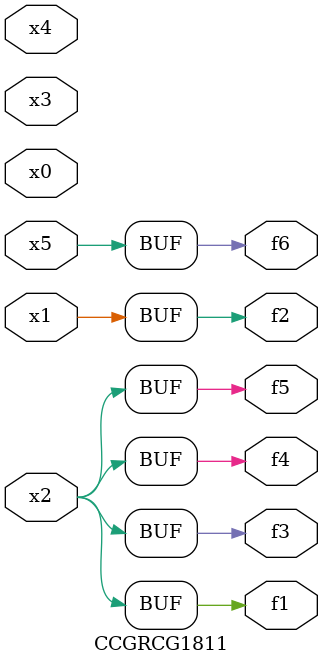
<source format=v>
module CCGRCG1811(
	input x0, x1, x2, x3, x4, x5,
	output f1, f2, f3, f4, f5, f6
);
	assign f1 = x2;
	assign f2 = x1;
	assign f3 = x2;
	assign f4 = x2;
	assign f5 = x2;
	assign f6 = x5;
endmodule

</source>
